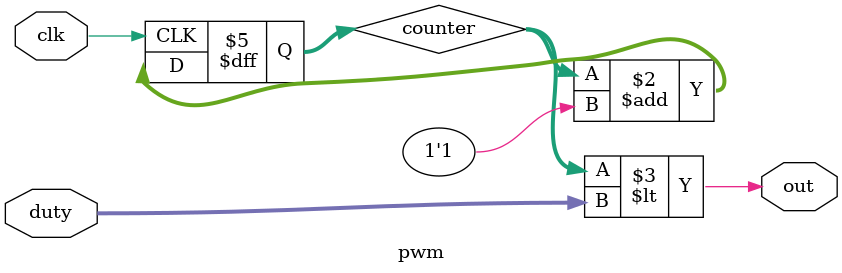
<source format=sv>

module pwm #(
    parameter WIDTH = 8  // Counter width (freq = clk / 2^WIDTH)
)(
    input  logic             clk,
    input  logic [WIDTH-1:0] duty,  // 0 = off, max = fully on
    output logic             out
);

  logic [WIDTH-1:0] counter = '0;

  always_ff @(posedge clk) counter <= counter + 1'd1;

  assign out = (counter < duty);

endmodule

</source>
